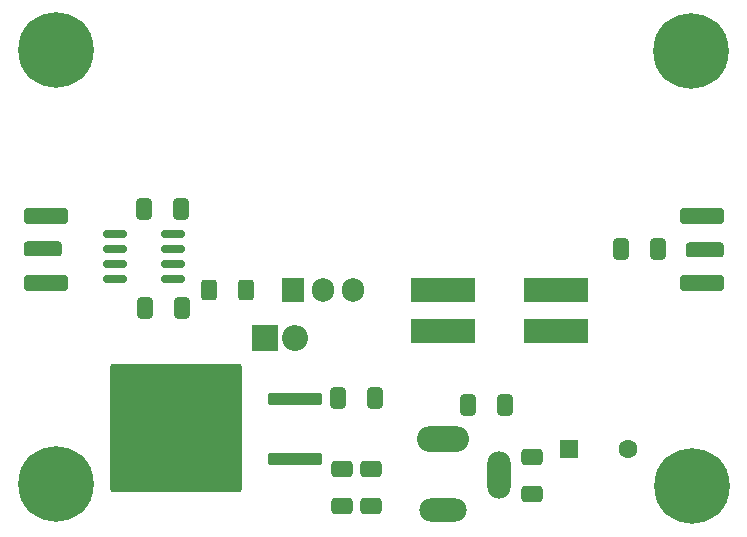
<source format=gbr>
%TF.GenerationSoftware,KiCad,Pcbnew,9.0.0*%
%TF.CreationDate,2025-03-21T19:43:46+05:30*%
%TF.ProjectId,HF-PA-v10,48462d50-412d-4763-9130-2e6b69636164,rev?*%
%TF.SameCoordinates,Original*%
%TF.FileFunction,Soldermask,Top*%
%TF.FilePolarity,Negative*%
%FSLAX46Y46*%
G04 Gerber Fmt 4.6, Leading zero omitted, Abs format (unit mm)*
G04 Created by KiCad (PCBNEW 9.0.0) date 2025-03-21 19:43:46*
%MOMM*%
%LPD*%
G01*
G04 APERTURE LIST*
G04 Aperture macros list*
%AMRoundRect*
0 Rectangle with rounded corners*
0 $1 Rounding radius*
0 $2 $3 $4 $5 $6 $7 $8 $9 X,Y pos of 4 corners*
0 Add a 4 corners polygon primitive as box body*
4,1,4,$2,$3,$4,$5,$6,$7,$8,$9,$2,$3,0*
0 Add four circle primitives for the rounded corners*
1,1,$1+$1,$2,$3*
1,1,$1+$1,$4,$5*
1,1,$1+$1,$6,$7*
1,1,$1+$1,$8,$9*
0 Add four rect primitives between the rounded corners*
20,1,$1+$1,$2,$3,$4,$5,0*
20,1,$1+$1,$4,$5,$6,$7,0*
20,1,$1+$1,$6,$7,$8,$9,0*
20,1,$1+$1,$8,$9,$2,$3,0*%
G04 Aperture macros list end*
%ADD10RoundRect,0.250000X-0.650000X0.412500X-0.650000X-0.412500X0.650000X-0.412500X0.650000X0.412500X0*%
%ADD11C,0.800000*%
%ADD12C,6.400000*%
%ADD13RoundRect,0.250000X1.350000X-0.385000X1.350000X0.385000X-1.350000X0.385000X-1.350000X-0.385000X0*%
%ADD14RoundRect,0.250000X1.600000X-0.425000X1.600000X0.425000X-1.600000X0.425000X-1.600000X-0.425000X0*%
%ADD15O,4.400000X2.200000*%
%ADD16O,4.000000X2.000000*%
%ADD17O,2.000000X4.000000*%
%ADD18R,2.200000X2.200000*%
%ADD19O,2.200000X2.200000*%
%ADD20RoundRect,0.250000X-0.400000X-0.625000X0.400000X-0.625000X0.400000X0.625000X-0.400000X0.625000X0*%
%ADD21RoundRect,0.250000X-1.350000X0.385000X-1.350000X-0.385000X1.350000X-0.385000X1.350000X0.385000X0*%
%ADD22RoundRect,0.250000X-1.600000X0.425000X-1.600000X-0.425000X1.600000X-0.425000X1.600000X0.425000X0*%
%ADD23R,1.905000X2.000000*%
%ADD24O,1.905000X2.000000*%
%ADD25RoundRect,0.250000X-0.412500X-0.650000X0.412500X-0.650000X0.412500X0.650000X-0.412500X0.650000X0*%
%ADD26RoundRect,0.250000X0.412500X0.650000X-0.412500X0.650000X-0.412500X-0.650000X0.412500X-0.650000X0*%
%ADD27RoundRect,0.150000X-0.825000X-0.150000X0.825000X-0.150000X0.825000X0.150000X-0.825000X0.150000X0*%
%ADD28R,1.600000X1.600000*%
%ADD29C,1.600000*%
%ADD30R,5.500000X2.150000*%
%ADD31RoundRect,0.250000X2.050000X0.300000X-2.050000X0.300000X-2.050000X-0.300000X2.050000X-0.300000X0*%
%ADD32RoundRect,0.289364X5.290636X5.150636X-5.290636X5.150636X-5.290636X-5.150636X5.290636X-5.150636X0*%
G04 APERTURE END LIST*
D10*
%TO.C,C2*%
X27810000Y-38983486D03*
X27810000Y-42108486D03*
%TD*%
D11*
%TO.C,H3*%
X1250000Y-40310000D03*
X1952944Y-38612944D03*
X1952944Y-42007056D03*
X3650000Y-37910000D03*
D12*
X3650000Y-40310000D03*
D11*
X3650000Y-42710000D03*
X5347056Y-38612944D03*
X5347056Y-42007056D03*
X6050000Y-40310000D03*
%TD*%
D13*
%TO.C,RF_OUT1*%
X58580000Y-20425000D03*
D14*
X58330000Y-17600000D03*
X58330000Y-23250000D03*
%TD*%
D10*
%TO.C,C12*%
X30250000Y-38990000D03*
X30250000Y-42115000D03*
%TD*%
D15*
%TO.C,Power1*%
X36410000Y-36505000D03*
D16*
X36410000Y-42505000D03*
D17*
X41110000Y-39505000D03*
%TD*%
D11*
%TO.C,H4*%
X55022944Y-40480000D03*
X55725888Y-38782944D03*
X55725888Y-42177056D03*
X57422944Y-38080000D03*
D12*
X57422944Y-40480000D03*
D11*
X57422944Y-42880000D03*
X59120000Y-38782944D03*
X59120000Y-42177056D03*
X59822944Y-40480000D03*
%TD*%
D18*
%TO.C,D1*%
X21310000Y-27930000D03*
D19*
X23850000Y-27930000D03*
%TD*%
D20*
%TO.C,R4*%
X16585000Y-23880000D03*
X19685000Y-23880000D03*
%TD*%
D21*
%TO.C,RF_IN1*%
X2555000Y-20405000D03*
D22*
X2805000Y-23230000D03*
X2805000Y-17580000D03*
%TD*%
D23*
%TO.C,Q1*%
X23650000Y-23875000D03*
D24*
X26190000Y-23875000D03*
X28730000Y-23875000D03*
%TD*%
D25*
%TO.C,C7*%
X11137500Y-25350000D03*
X14262500Y-25350000D03*
%TD*%
D26*
%TO.C,C3*%
X54600000Y-20420000D03*
X51475000Y-20420000D03*
%TD*%
D27*
%TO.C,U2*%
X8610000Y-19130000D03*
X8610000Y-20400000D03*
X8610000Y-21670000D03*
X8610000Y-22940000D03*
X13560000Y-22940000D03*
X13560000Y-21670000D03*
X13560000Y-20400000D03*
X13560000Y-19130000D03*
%TD*%
D28*
%TO.C,C6*%
X47032349Y-37305000D03*
D29*
X52032349Y-37305000D03*
%TD*%
D30*
%TO.C,T1*%
X36410000Y-23865000D03*
X36410000Y-27295000D03*
X45910000Y-27295000D03*
X45910000Y-23865000D03*
%TD*%
D11*
%TO.C,H1*%
X1180000Y-3550000D03*
X1882944Y-1852944D03*
X1882944Y-5247056D03*
X3580000Y-1150000D03*
D12*
X3580000Y-3550000D03*
D11*
X3580000Y-5950000D03*
X5277056Y-1852944D03*
X5277056Y-5247056D03*
X5980000Y-3550000D03*
%TD*%
D10*
%TO.C,C5*%
X43885000Y-38030000D03*
X43885000Y-41155000D03*
%TD*%
D25*
%TO.C,C8*%
X27522500Y-33030000D03*
X30647500Y-33030000D03*
%TD*%
D31*
%TO.C,U1*%
X23835000Y-38135000D03*
D32*
X13805000Y-35555000D03*
D31*
X23835000Y-33055000D03*
%TD*%
D25*
%TO.C,C10*%
X38537500Y-33600000D03*
X41662500Y-33600000D03*
%TD*%
D11*
%TO.C,H2*%
X55002944Y-3610000D03*
X55705888Y-1912944D03*
X55705888Y-5307056D03*
X57402944Y-1210000D03*
D12*
X57402944Y-3610000D03*
D11*
X57402944Y-6010000D03*
X59100000Y-1912944D03*
X59100000Y-5307056D03*
X59802944Y-3610000D03*
%TD*%
D25*
%TO.C,C11*%
X11087500Y-17000000D03*
X14212500Y-17000000D03*
%TD*%
M02*

</source>
